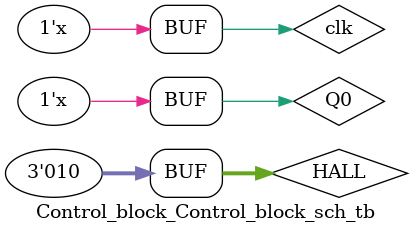
<source format=v>

`timescale 1ns / 1ps

module Control_block_Control_block_sch_tb();

// Inputs
   reg Q0;
   reg clk;
   reg [2:0] HALL;

// Output
   wire PHASE_A;
   wire PHASE_B;
   wire PHASE_C;
	wire angle_A;
	wire encode;

// Bidirs

// Instantiate the UUT
   Control_block UUT (
		.Q0(Q0), 
		.clk(clk), 
		.PHASE_A(PHASE_A), 
		.PHASE_B(PHASE_B), 
		.PHASE_C(PHASE_C), 
		.HALL(HALL),
		.angle_A(angle_A),
		.encode(encode)
   );
// Initialize Inputs
  
       initial begin
		Q0 = 0;
		clk = 0;
		HALL = 0;
		
   end
	
	always #1 clk=~clk;
	always #12578 Q0=~Q0;
	
	always  begin
	
	#2134;	
	HALL=3'b011;
	#2134;
	HALL=3'b001;
	#2134;   
   HALL=3'b101;
	#2134;	
	HALL=3'b100;
	#2134;	
	HALL=3'b110;
	#2134;	
	HALL=3'b010;
	
	end

endmodule

</source>
